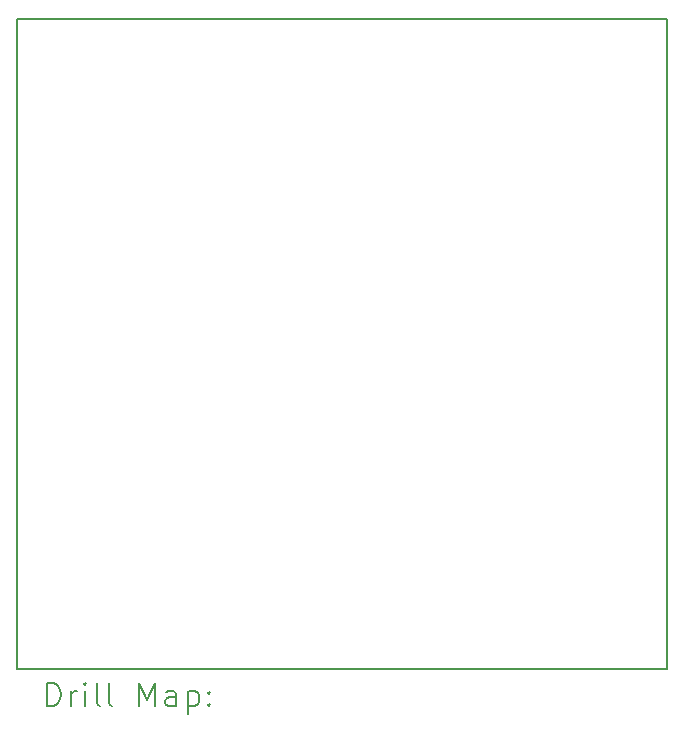
<source format=gbr>
%TF.GenerationSoftware,KiCad,Pcbnew,8.0.2*%
%TF.CreationDate,2024-05-17T09:06:00-06:00*%
%TF.ProjectId,PCB_Project,5043425f-5072-46f6-9a65-63742e6b6963,rev?*%
%TF.SameCoordinates,Original*%
%TF.FileFunction,Drillmap*%
%TF.FilePolarity,Positive*%
%FSLAX45Y45*%
G04 Gerber Fmt 4.5, Leading zero omitted, Abs format (unit mm)*
G04 Created by KiCad (PCBNEW 8.0.2) date 2024-05-17 09:06:00*
%MOMM*%
%LPD*%
G01*
G04 APERTURE LIST*
%ADD10C,0.200000*%
G04 APERTURE END LIST*
D10*
X11350000Y-5750000D02*
X16850000Y-5750000D01*
X16850000Y-11250000D01*
X11350000Y-11250000D01*
X11350000Y-5750000D01*
X11600777Y-11571484D02*
X11600777Y-11371484D01*
X11600777Y-11371484D02*
X11648396Y-11371484D01*
X11648396Y-11371484D02*
X11676967Y-11381008D01*
X11676967Y-11381008D02*
X11696015Y-11400055D01*
X11696015Y-11400055D02*
X11705539Y-11419103D01*
X11705539Y-11419103D02*
X11715062Y-11457198D01*
X11715062Y-11457198D02*
X11715062Y-11485769D01*
X11715062Y-11485769D02*
X11705539Y-11523865D01*
X11705539Y-11523865D02*
X11696015Y-11542912D01*
X11696015Y-11542912D02*
X11676967Y-11561960D01*
X11676967Y-11561960D02*
X11648396Y-11571484D01*
X11648396Y-11571484D02*
X11600777Y-11571484D01*
X11800777Y-11571484D02*
X11800777Y-11438150D01*
X11800777Y-11476246D02*
X11810301Y-11457198D01*
X11810301Y-11457198D02*
X11819824Y-11447674D01*
X11819824Y-11447674D02*
X11838872Y-11438150D01*
X11838872Y-11438150D02*
X11857920Y-11438150D01*
X11924586Y-11571484D02*
X11924586Y-11438150D01*
X11924586Y-11371484D02*
X11915062Y-11381008D01*
X11915062Y-11381008D02*
X11924586Y-11390531D01*
X11924586Y-11390531D02*
X11934110Y-11381008D01*
X11934110Y-11381008D02*
X11924586Y-11371484D01*
X11924586Y-11371484D02*
X11924586Y-11390531D01*
X12048396Y-11571484D02*
X12029348Y-11561960D01*
X12029348Y-11561960D02*
X12019824Y-11542912D01*
X12019824Y-11542912D02*
X12019824Y-11371484D01*
X12153158Y-11571484D02*
X12134110Y-11561960D01*
X12134110Y-11561960D02*
X12124586Y-11542912D01*
X12124586Y-11542912D02*
X12124586Y-11371484D01*
X12381729Y-11571484D02*
X12381729Y-11371484D01*
X12381729Y-11371484D02*
X12448396Y-11514341D01*
X12448396Y-11514341D02*
X12515062Y-11371484D01*
X12515062Y-11371484D02*
X12515062Y-11571484D01*
X12696015Y-11571484D02*
X12696015Y-11466722D01*
X12696015Y-11466722D02*
X12686491Y-11447674D01*
X12686491Y-11447674D02*
X12667443Y-11438150D01*
X12667443Y-11438150D02*
X12629348Y-11438150D01*
X12629348Y-11438150D02*
X12610301Y-11447674D01*
X12696015Y-11561960D02*
X12676967Y-11571484D01*
X12676967Y-11571484D02*
X12629348Y-11571484D01*
X12629348Y-11571484D02*
X12610301Y-11561960D01*
X12610301Y-11561960D02*
X12600777Y-11542912D01*
X12600777Y-11542912D02*
X12600777Y-11523865D01*
X12600777Y-11523865D02*
X12610301Y-11504817D01*
X12610301Y-11504817D02*
X12629348Y-11495293D01*
X12629348Y-11495293D02*
X12676967Y-11495293D01*
X12676967Y-11495293D02*
X12696015Y-11485769D01*
X12791253Y-11438150D02*
X12791253Y-11638150D01*
X12791253Y-11447674D02*
X12810301Y-11438150D01*
X12810301Y-11438150D02*
X12848396Y-11438150D01*
X12848396Y-11438150D02*
X12867443Y-11447674D01*
X12867443Y-11447674D02*
X12876967Y-11457198D01*
X12876967Y-11457198D02*
X12886491Y-11476246D01*
X12886491Y-11476246D02*
X12886491Y-11533388D01*
X12886491Y-11533388D02*
X12876967Y-11552436D01*
X12876967Y-11552436D02*
X12867443Y-11561960D01*
X12867443Y-11561960D02*
X12848396Y-11571484D01*
X12848396Y-11571484D02*
X12810301Y-11571484D01*
X12810301Y-11571484D02*
X12791253Y-11561960D01*
X12972205Y-11552436D02*
X12981729Y-11561960D01*
X12981729Y-11561960D02*
X12972205Y-11571484D01*
X12972205Y-11571484D02*
X12962682Y-11561960D01*
X12962682Y-11561960D02*
X12972205Y-11552436D01*
X12972205Y-11552436D02*
X12972205Y-11571484D01*
X12972205Y-11447674D02*
X12981729Y-11457198D01*
X12981729Y-11457198D02*
X12972205Y-11466722D01*
X12972205Y-11466722D02*
X12962682Y-11457198D01*
X12962682Y-11457198D02*
X12972205Y-11447674D01*
X12972205Y-11447674D02*
X12972205Y-11466722D01*
M02*

</source>
